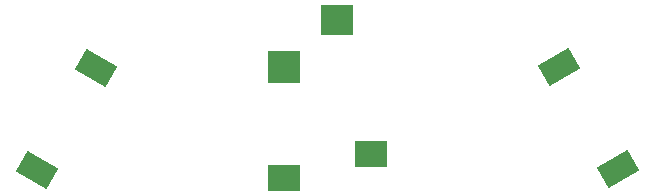
<source format=gbr>
%TF.GenerationSoftware,KiCad,Pcbnew,(6.0.6)*%
%TF.CreationDate,2022-08-03T19:41:37-05:00*%
%TF.ProjectId,GBOYAudioBreakout,47424f59-4175-4646-996f-427265616b6f,rev?*%
%TF.SameCoordinates,Original*%
%TF.FileFunction,Paste,Bot*%
%TF.FilePolarity,Positive*%
%FSLAX46Y46*%
G04 Gerber Fmt 4.6, Leading zero omitted, Abs format (unit mm)*
G04 Created by KiCad (PCBNEW (6.0.6)) date 2022-08-03 19:41:37*
%MOMM*%
%LPD*%
G01*
G04 APERTURE LIST*
G04 Aperture macros list*
%AMRotRect*
0 Rectangle, with rotation*
0 The origin of the aperture is its center*
0 $1 length*
0 $2 width*
0 $3 Rotation angle, in degrees counterclockwise*
0 Add horizontal line*
21,1,$1,$2,0,0,$3*%
G04 Aperture macros list end*
%ADD10RotRect,3.000000X2.000000X30.000000*%
%ADD11RotRect,3.000000X2.000000X150.000000*%
%ADD12R,2.800000X2.200000*%
%ADD13R,2.800000X2.800000*%
%ADD14R,2.800000X2.600000*%
G04 APERTURE END LIST*
D10*
%TO.C,LS2*%
X164204848Y-105247128D03*
X159204848Y-96586874D03*
%TD*%
D11*
%TO.C,LS1*%
X120040153Y-96681873D03*
X115040153Y-105342127D03*
%TD*%
D12*
%TO.C,J1*%
X143370000Y-104000000D03*
X135970000Y-106000000D03*
D13*
X135970000Y-96600000D03*
D14*
X140420000Y-92600000D03*
%TD*%
M02*

</source>
